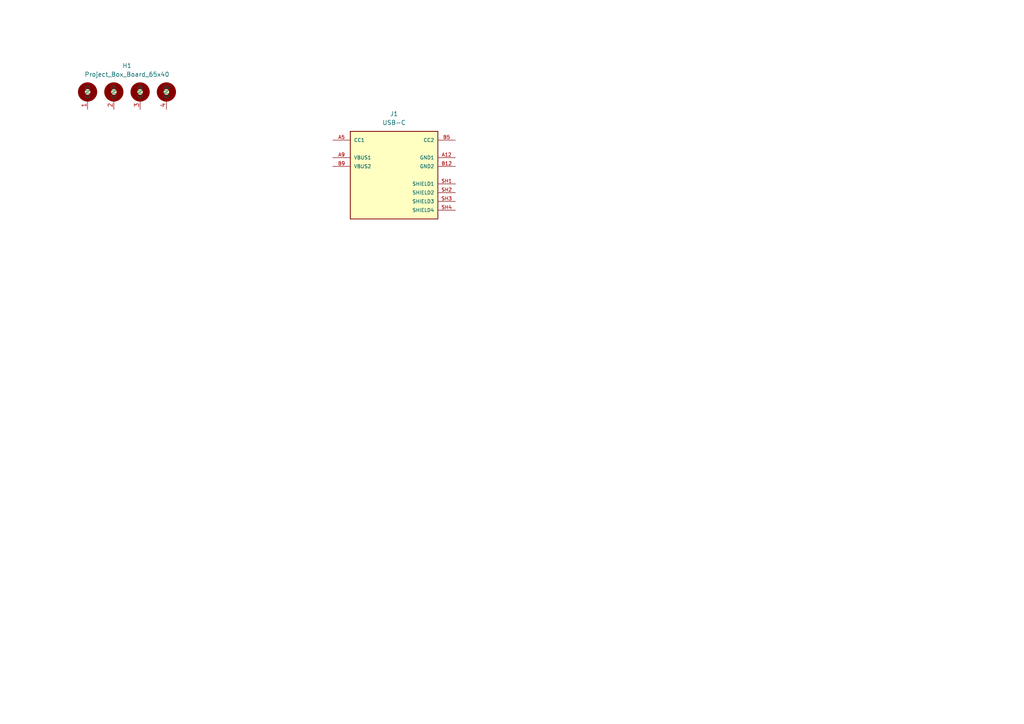
<source format=kicad_sch>
(kicad_sch (version 20231120) (generator "eeschema") (generator_version "8.0")
  (paper "A4")
  (lib_symbols
    (symbol "Alexander_Library_Symbols:Project_Box_Board_65x40"
      (property "Reference" "H" (at 0 7.62 0))
      (property "Value" "Project_Box_Board_65x40" (at 0 5.08 0))
      (symbol "Project_Box_Board_65x40_0_1"
        (circle (center -11.43 -1.27) (radius 1.27) (fill (type background)))
        (circle (center -11.43 -1.27) (radius 1.7961) (stroke (width 2)))
        (circle (center -3.81 -1.27) (radius 1.27) (fill (type background)))
        (circle (center -3.81 -1.27) (radius 1.7961) (stroke (width 2)))
        (circle (center 3.81 -1.27) (radius 1.27) (fill (type background)))
        (circle (center 3.81 -1.27) (radius 1.7961) (stroke (width 2)))
        (circle (center 11.43 -1.27) (radius 1.27) (fill (type background)))
        (circle (center 11.43 -1.27) (radius 1.7961) (stroke (width 2)))
      )
      (symbol "Project_Box_Board_65x40_1_1"
        (pin passive line (at -11.43 -6.35 90) (length 2.54) (name "GND") (number "1"))
        (pin passive line (at -3.81 -6.35 90) (length 2.54) (name "GND") (number "2"))
        (pin passive line (at 3.81 -6.35 90) (length 2.54) (name "GND") (number "3"))
        (pin passive line (at 11.43 -6.35 90) (length 2.54) (name "GND") (number "4"))
      )
    )
    (symbol "Alexander_Library_Symbols:USB-C RCP USB2.0 6POS" (pin_names (offset 1.016))
      (property "Reference" "J" (at -12.7 13.2842 0))
      (property "Value" "USB-C" (at -12.7 -15.24 0))
      (symbol "USB-C RCP USB2.0 6POS_0_0"
        (rectangle (start -12.7 -12.7) (end 12.7 12.7) (stroke (width 0.254)) (fill (type background)))
        (pin power_in line (at 17.78 5.08 180) (length 5.08) (name "GND1") (number "A12"))
        (pin bidirectional line (at -17.78 10.16 0) (length 5.08) (name "CC1") (number "A5"))
        (pin power_in line (at -17.78 5.08 0) (length 5.08) (name "VBUS1") (number "A9"))
        (pin power_in line (at 17.78 2.54 180) (length 5.08) (name "GND2") (number "B12"))
        (pin bidirectional line (at 17.78 10.16 180) (length 5.08) (name "CC2") (number "B5"))
        (pin power_in line (at -17.78 2.54 0) (length 5.08) (name "VBUS2") (number "B9"))
        (pin passive line (at 17.78 -2.54 180) (length 5.08) (name "SHIELD1") (number "SH1"))
        (pin passive line (at 17.78 -5.08 180) (length 5.08) (name "SHIELD2") (number "SH2"))
        (pin passive line (at 17.78 -7.62 180) (length 5.08) (name "SHIELD3") (number "SH3"))
        (pin passive line (at 17.78 -10.16 180) (length 5.08) (name "SHIELD4") (number "SH4"))
      )
    )
  )
  (symbol (lib_id "Alexander_Library_Symbols:Project_Box_Board_65x40") (at 36.83 25.4 0) (unit 1)
    (property "Reference" "H1" (at 36.83 19.05 0))
    (property "Value" "Project_Box_Board_65x40" (at 36.83 21.59 0))
    (property "Footprint" "Alexander Footprint Library:Board_65-40" (effects (hide yes)))
    (property "Description" "3.2mm Diameter Mounting Holes Pads (M3)" (effects (hide yes)))
  )
  (symbol (lib_id "Alexander_Library_Symbols:USB-C RCP USB2.0 6POS") (at 114.3 50.8 0) (unit 1)
    (property "Reference" "J1" (at 114.3 33.02 0))
    (property "Value" "USB-C" (at 114.3 35.56 0))
    (property "Footprint" "2171750001:MOLEX_2171750001" (effects (hide yes)))
    (property "PARTREV" "A1" (effects (hide yes)))
    (property "STANDARD" "Manufacturer Recommendations" (effects (hide yes)))
    (property "OPTION" "MOLEX_CONFIG" (effects (hide yes)))
    (property "MAXIMUM_PACKAGE_HEIGHT" "3.26mm" (effects (hide yes)))
    (property "MANUFACTURER" "Molex" (effects (hide yes)))
  )
)
</source>
